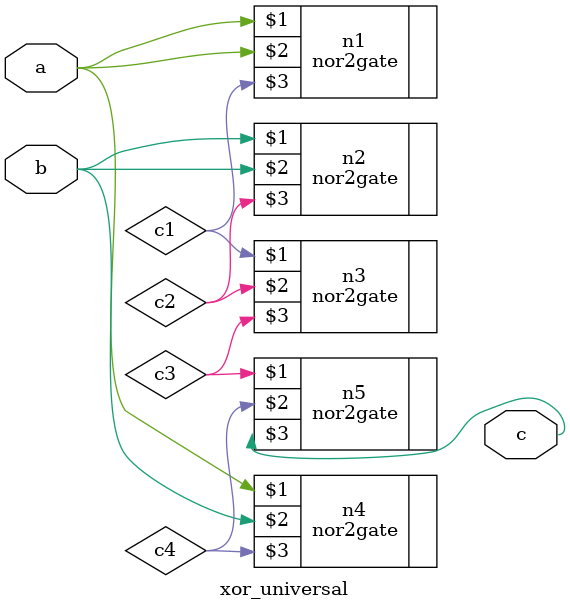
<source format=v>
module xor_universal(a,b,c);
	input a,b;
	output c;
	wire c1,c2,c3,c4;
	nor2gate n1(a,a,c1), n2(b,b,c2), n3(c1,c2,c3), n4(a,b,c4), n5(c3,c4,c);
	endmodule
</source>
